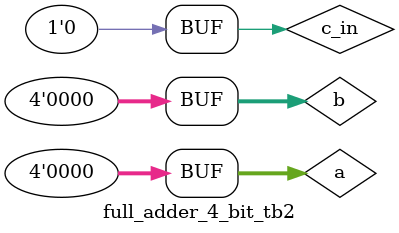
<source format=v>
`timescale 1ns/100ps

/***********************************************************
File Name:	full_adder_4_bit_tb2.v
Author: 	Kevan Thompson
Date:		March 16, 2024
Description: A testbench comparing a structural and dataflow
            implementation of a 4 bit adder. 

***********************************************************/

module full_adder_4_bit_tb2;

reg [3:0] a;
reg [3:0] b;
reg c_in;
wire [3:0] s;
wire [3:0] s_st;
wire c_out;
wire c_out_st;

wire compare;

full_adder_4_bit fa4_dut(
    .s(s),
    .c_out(c_out),
    .a(a),
    .b(b),
    .c_in(c_in));

full_adder_4_bit_st fa4_st_dut(
    .s(s_st),
    .c_out(c_out_st),
    .a(a),
    .b(b),
    .c_in(c_in));    

assign compare = (s == s_st) & (c_out == c_out_st); 
    
initial
begin 

    $monitor("time = %d, \t comparison = %b ",
            $time, compare);

    a = 0;
    b = 0;
    c_in = 0;

    repeat(16) begin
        #10 a = a + 1;
        repeat(16) begin
            #10 b = b + 1;
            repeat(2)
                #10 c_in = ~c_in;
        end
    end
end    
    
endmodule
</source>
